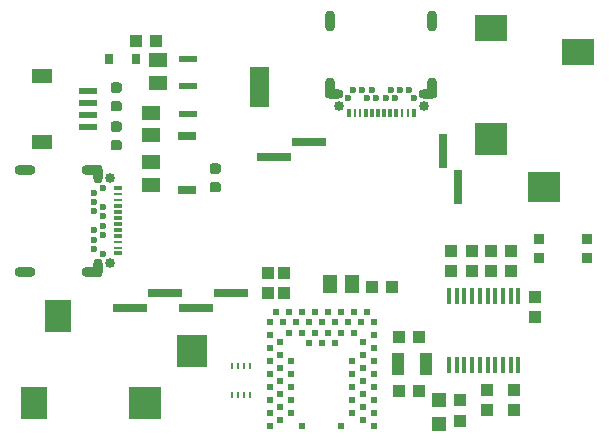
<source format=gtp>
G04 #@! TF.GenerationSoftware,KiCad,Pcbnew,(5.1.6-0-10_14)*
G04 #@! TF.CreationDate,2021-09-10T12:16:29-05:00*
G04 #@! TF.ProjectId,DFC_REV_D,4446435f-5245-4565-9f44-2e6b69636164,rev?*
G04 #@! TF.SameCoordinates,Original*
G04 #@! TF.FileFunction,Paste,Top*
G04 #@! TF.FilePolarity,Positive*
%FSLAX46Y46*%
G04 Gerber Fmt 4.6, Leading zero omitted, Abs format (unit mm)*
G04 Created by KiCad (PCBNEW (5.1.6-0-10_14)) date 2021-09-10 12:16:29*
%MOMM*%
%LPD*%
G01*
G04 APERTURE LIST*
%ADD10C,0.100000*%
%ADD11R,3.000000X0.650000*%
%ADD12R,0.650000X3.000000*%
%ADD13O,1.800000X0.900000*%
%ADD14C,0.600000*%
%ADD15O,0.800000X1.600000*%
%ADD16R,0.700000X0.320000*%
%ADD17R,0.700000X0.250000*%
%ADD18C,0.850000*%
%ADD19O,0.900000X1.800000*%
%ADD20O,1.600000X0.800000*%
%ADD21R,0.320000X0.700000*%
%ADD22R,0.250000X0.700000*%
%ADD23R,1.549400X0.609600*%
%ADD24R,1.200000X1.200000*%
%ADD25R,0.800000X0.900000*%
%ADD26R,1.498600X0.711200*%
%ADD27R,2.800000X2.800000*%
%ADD28R,2.200000X2.800000*%
%ADD29R,2.600000X2.800000*%
%ADD30R,0.355600X1.473200*%
%ADD31R,1.000000X1.075000*%
%ADD32R,1.100000X1.900000*%
%ADD33R,0.900000X0.900000*%
%ADD34R,0.275000X0.500000*%
%ADD35R,1.075000X1.000000*%
%ADD36R,1.240000X1.500000*%
%ADD37R,1.500000X1.240000*%
%ADD38R,2.800000X2.600000*%
%ADD39R,2.800000X2.200000*%
%ADD40R,0.500000X0.500000*%
%ADD41R,1.800000X1.200000*%
%ADD42R,1.550000X0.600000*%
G04 APERTURE END LIST*
D10*
G36*
X143764000Y-85064600D02*
G01*
X143764000Y-81813400D01*
X145313400Y-81813400D01*
X145313400Y-85064600D01*
X143764000Y-85064600D01*
G37*
X143764000Y-85064600D02*
X143764000Y-81813400D01*
X145313400Y-81813400D01*
X145313400Y-85064600D01*
X143764000Y-85064600D01*
D11*
X136628000Y-100965000D03*
X133628000Y-102235000D03*
X142216000Y-100965000D03*
X139216000Y-102235000D03*
D12*
X161417000Y-91924000D03*
X160147000Y-88924000D03*
D13*
X124753400Y-99155000D03*
X124753400Y-90495000D03*
D14*
X130603400Y-97225000D03*
X130603400Y-96425000D03*
X130603400Y-95625000D03*
X130603400Y-92425000D03*
X130603400Y-93225000D03*
X130603400Y-94025000D03*
X131303400Y-97625000D03*
X131303400Y-96025000D03*
X131303400Y-95225000D03*
X131303400Y-92025000D03*
X131303400Y-93625000D03*
D15*
X130953400Y-90820000D03*
D14*
X131303400Y-94425000D03*
D16*
X132613400Y-97575000D03*
D17*
X132613400Y-97075000D03*
X132613400Y-96575000D03*
D16*
X132613400Y-96075000D03*
X132613400Y-95575000D03*
X132613400Y-95075000D03*
X132613400Y-94575000D03*
X132613400Y-94075000D03*
X132613400Y-93575000D03*
D17*
X132613400Y-93075000D03*
X132613400Y-92575000D03*
D16*
X132613400Y-92075000D03*
D18*
X131953400Y-98425000D03*
D15*
X130953400Y-98830000D03*
D13*
X130453400Y-99155000D03*
D18*
X131953400Y-91225000D03*
D13*
X130453400Y-90495000D03*
D19*
X159221500Y-83565000D03*
D18*
X158491500Y-85065000D03*
D19*
X150561500Y-83565000D03*
D20*
X150886500Y-84065000D03*
D18*
X151291500Y-85065000D03*
D21*
X157641500Y-85725000D03*
D22*
X157141500Y-85725000D03*
X156641500Y-85725000D03*
D21*
X156141500Y-85725000D03*
X155641500Y-85725000D03*
X155141500Y-85725000D03*
X154641500Y-85725000D03*
X154141500Y-85725000D03*
X153641500Y-85725000D03*
D22*
X153141500Y-85725000D03*
X152641500Y-85725000D03*
D21*
X152141500Y-85725000D03*
D14*
X155291500Y-84415000D03*
D20*
X158896500Y-84065000D03*
D14*
X156091500Y-84415000D03*
X157691500Y-84415000D03*
X154491500Y-84415000D03*
X153691500Y-84415000D03*
X152091500Y-84415000D03*
X155691500Y-83715000D03*
X156491500Y-83715000D03*
X157291500Y-83715000D03*
X154091500Y-83715000D03*
X153291500Y-83715000D03*
X152491500Y-83715000D03*
D19*
X159221500Y-77865000D03*
X150561500Y-77865000D03*
D23*
X138506200Y-81140300D03*
X138506200Y-83439000D03*
X138506200Y-85737700D03*
D24*
X159766000Y-112048000D03*
X159766000Y-109948000D03*
D25*
X134119000Y-81153000D03*
X131819000Y-81153000D03*
D26*
X138430000Y-87642700D03*
X138430000Y-92189300D03*
D27*
X134919000Y-110253000D03*
D28*
X125519000Y-110253000D03*
X127519000Y-102853000D03*
D29*
X138919000Y-105803000D03*
D30*
X166500998Y-107061000D03*
X165850999Y-107061000D03*
X165200998Y-107061000D03*
X164550999Y-107061000D03*
X163900998Y-107061000D03*
X163250999Y-107061000D03*
X162600998Y-107061000D03*
X161950999Y-107061000D03*
X161300998Y-107061000D03*
X160651000Y-107061000D03*
X160651002Y-101219000D03*
X161301001Y-101219000D03*
X161951002Y-101219000D03*
X162601001Y-101219000D03*
X163251002Y-101219000D03*
X163901001Y-101219000D03*
X164550999Y-101219000D03*
X165201001Y-101219000D03*
X165850999Y-101219000D03*
X166501000Y-101219000D03*
D31*
X163830000Y-110832000D03*
X163830000Y-109132000D03*
X160798000Y-97360000D03*
X160798000Y-99060000D03*
X165862000Y-97360000D03*
X165862000Y-99060000D03*
X166116000Y-110832000D03*
X166116000Y-109132000D03*
X162560000Y-97360000D03*
X162560000Y-99060000D03*
X164172000Y-97360000D03*
X164172000Y-99060000D03*
X167894000Y-102958000D03*
X167894000Y-101258000D03*
D32*
X158680000Y-106934000D03*
X156280000Y-106934000D03*
D33*
X168257000Y-96355000D03*
X168257000Y-97955000D03*
X172357000Y-97955000D03*
X172357000Y-96355000D03*
D34*
X143752000Y-107131000D03*
X143252000Y-107131000D03*
X142752000Y-107131000D03*
X142252000Y-107131000D03*
X143752000Y-109531000D03*
X143252000Y-109531000D03*
X142752000Y-109531000D03*
X142252000Y-109531000D03*
D35*
X134151000Y-79629000D03*
X135851000Y-79629000D03*
X158076000Y-109220000D03*
X156376000Y-109220000D03*
X158076000Y-104648000D03*
X156376000Y-104648000D03*
X154090000Y-100457000D03*
X155790000Y-100457000D03*
D36*
X150561000Y-100203000D03*
X152461000Y-100203000D03*
D37*
X135382000Y-91755000D03*
X135382000Y-89855000D03*
X135382000Y-87564000D03*
X135382000Y-85664000D03*
X136017000Y-83119000D03*
X136017000Y-81219000D03*
D31*
X161544000Y-111721000D03*
X161544000Y-110021000D03*
X145288000Y-99226000D03*
X145288000Y-100926000D03*
X146685000Y-99226000D03*
X146685000Y-100926000D03*
D38*
X168644000Y-91929000D03*
D39*
X171594000Y-80529000D03*
X164194000Y-78529000D03*
D27*
X164194000Y-87929000D03*
D40*
X154260000Y-112197000D03*
X153360000Y-111647000D03*
X154260000Y-111097000D03*
X153360000Y-110547000D03*
X154260000Y-109997000D03*
X153360000Y-109447000D03*
X154260000Y-108897000D03*
X153360000Y-108347000D03*
X154260000Y-107797000D03*
X153360000Y-107247000D03*
X154260000Y-106697000D03*
X153360000Y-106147000D03*
X154260000Y-105597000D03*
X153360000Y-105047000D03*
X154260000Y-104497000D03*
X154260000Y-103397000D03*
X153160000Y-103397000D03*
X152610000Y-104297000D03*
X152060000Y-103397000D03*
X151510000Y-104297000D03*
X150960000Y-103397000D03*
X150410000Y-104297000D03*
X149860000Y-103397000D03*
X149310000Y-104297000D03*
X148760000Y-103397000D03*
X148210000Y-104297000D03*
X147660000Y-103397000D03*
X147110000Y-104297000D03*
X146560000Y-103397000D03*
X145460000Y-103397000D03*
X145460000Y-104497000D03*
X146360000Y-105047000D03*
X145460000Y-105597000D03*
X146360000Y-106147000D03*
X145460000Y-106697000D03*
X146360000Y-107247000D03*
X145460000Y-107797000D03*
X146360000Y-108347000D03*
X145460000Y-108897000D03*
X146360000Y-109447000D03*
X145460000Y-109997000D03*
X146360000Y-110547000D03*
X145460000Y-111097000D03*
X146360000Y-111647000D03*
X145460000Y-112197000D03*
X148210000Y-112197000D03*
X151510000Y-112197000D03*
X152460000Y-111097000D03*
X152460000Y-109997000D03*
X152460000Y-108897000D03*
X152460000Y-107797000D03*
X152460000Y-106697000D03*
X150960000Y-105197000D03*
X149860000Y-105197000D03*
X148760000Y-105197000D03*
X147260000Y-106697000D03*
X147260000Y-107797000D03*
X147260000Y-108897000D03*
X147260000Y-109997000D03*
X147260000Y-111097000D03*
X153710000Y-102497000D03*
X152610000Y-102497000D03*
X151510000Y-102497000D03*
X150410000Y-102497000D03*
X149310000Y-102497000D03*
X148210000Y-102497000D03*
X147110000Y-102497000D03*
X146010000Y-102497000D03*
D41*
X126173000Y-88144000D03*
X126173000Y-82544000D03*
D42*
X130048000Y-83844000D03*
X130048000Y-84844000D03*
X130048000Y-85844000D03*
X130048000Y-86844000D03*
G36*
G01*
X132717250Y-83978000D02*
X132204750Y-83978000D01*
G75*
G02*
X131986000Y-83759250I0J218750D01*
G01*
X131986000Y-83321750D01*
G75*
G02*
X132204750Y-83103000I218750J0D01*
G01*
X132717250Y-83103000D01*
G75*
G02*
X132936000Y-83321750I0J-218750D01*
G01*
X132936000Y-83759250D01*
G75*
G02*
X132717250Y-83978000I-218750J0D01*
G01*
G37*
G36*
G01*
X132717250Y-85553000D02*
X132204750Y-85553000D01*
G75*
G02*
X131986000Y-85334250I0J218750D01*
G01*
X131986000Y-84896750D01*
G75*
G02*
X132204750Y-84678000I218750J0D01*
G01*
X132717250Y-84678000D01*
G75*
G02*
X132936000Y-84896750I0J-218750D01*
G01*
X132936000Y-85334250D01*
G75*
G02*
X132717250Y-85553000I-218750J0D01*
G01*
G37*
G36*
G01*
X132204750Y-86405000D02*
X132717250Y-86405000D01*
G75*
G02*
X132936000Y-86623750I0J-218750D01*
G01*
X132936000Y-87061250D01*
G75*
G02*
X132717250Y-87280000I-218750J0D01*
G01*
X132204750Y-87280000D01*
G75*
G02*
X131986000Y-87061250I0J218750D01*
G01*
X131986000Y-86623750D01*
G75*
G02*
X132204750Y-86405000I218750J0D01*
G01*
G37*
G36*
G01*
X132204750Y-87980000D02*
X132717250Y-87980000D01*
G75*
G02*
X132936000Y-88198750I0J-218750D01*
G01*
X132936000Y-88636250D01*
G75*
G02*
X132717250Y-88855000I-218750J0D01*
G01*
X132204750Y-88855000D01*
G75*
G02*
X131986000Y-88636250I0J218750D01*
G01*
X131986000Y-88198750D01*
G75*
G02*
X132204750Y-87980000I218750J0D01*
G01*
G37*
G36*
G01*
X141099250Y-92411000D02*
X140586750Y-92411000D01*
G75*
G02*
X140368000Y-92192250I0J218750D01*
G01*
X140368000Y-91754750D01*
G75*
G02*
X140586750Y-91536000I218750J0D01*
G01*
X141099250Y-91536000D01*
G75*
G02*
X141318000Y-91754750I0J-218750D01*
G01*
X141318000Y-92192250D01*
G75*
G02*
X141099250Y-92411000I-218750J0D01*
G01*
G37*
G36*
G01*
X141099250Y-90836000D02*
X140586750Y-90836000D01*
G75*
G02*
X140368000Y-90617250I0J218750D01*
G01*
X140368000Y-90179750D01*
G75*
G02*
X140586750Y-89961000I218750J0D01*
G01*
X141099250Y-89961000D01*
G75*
G02*
X141318000Y-90179750I0J-218750D01*
G01*
X141318000Y-90617250D01*
G75*
G02*
X141099250Y-90836000I-218750J0D01*
G01*
G37*
D11*
X145820000Y-89408000D03*
X148820000Y-88138000D03*
M02*

</source>
